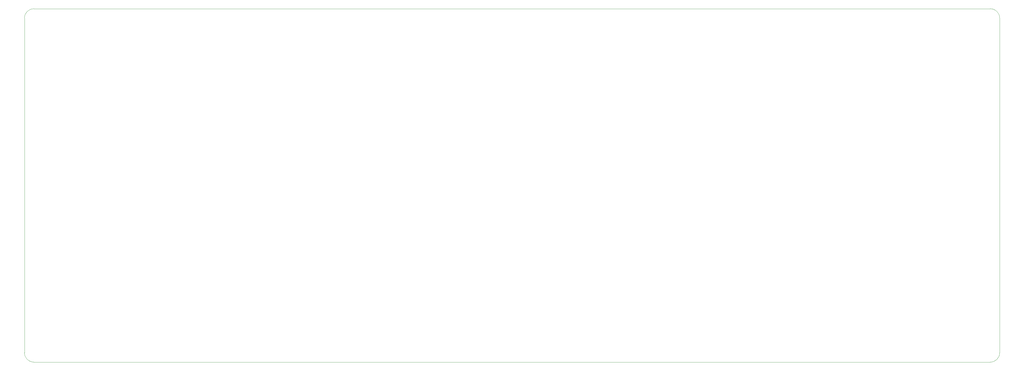
<source format=gm1>
%TF.GenerationSoftware,KiCad,Pcbnew,9.0.2*%
%TF.CreationDate,2025-07-13T14:40:43-07:00*%
%TF.ProjectId,Kicad Project,4b696361-6420-4507-926f-6a6563742e6b,rev?*%
%TF.SameCoordinates,Original*%
%TF.FileFunction,Profile,NP*%
%FSLAX46Y46*%
G04 Gerber Fmt 4.6, Leading zero omitted, Abs format (unit mm)*
G04 Created by KiCad (PCBNEW 9.0.2) date 2025-07-13 14:40:43*
%MOMM*%
%LPD*%
G01*
G04 APERTURE LIST*
%TA.AperFunction,Profile*%
%ADD10C,0.050000*%
%TD*%
G04 APERTURE END LIST*
D10*
X44050160Y-63918828D02*
G75*
G02*
X47250160Y-60718830I3200000J-2D01*
G01*
X44050160Y-179518828D02*
X44050160Y-63918828D01*
X380050160Y-63918828D02*
X380050160Y-179518828D01*
X47250160Y-182718828D02*
G75*
G02*
X44050172Y-179518828I40J3200028D01*
G01*
X376850160Y-182718828D02*
X47250160Y-182718828D01*
X47250160Y-60718828D02*
X376850160Y-60718828D01*
X376850160Y-60718828D02*
G75*
G02*
X380050172Y-63918828I40J-3199972D01*
G01*
X380050160Y-179518828D02*
G75*
G02*
X376850160Y-182718760I-3199960J28D01*
G01*
M02*

</source>
